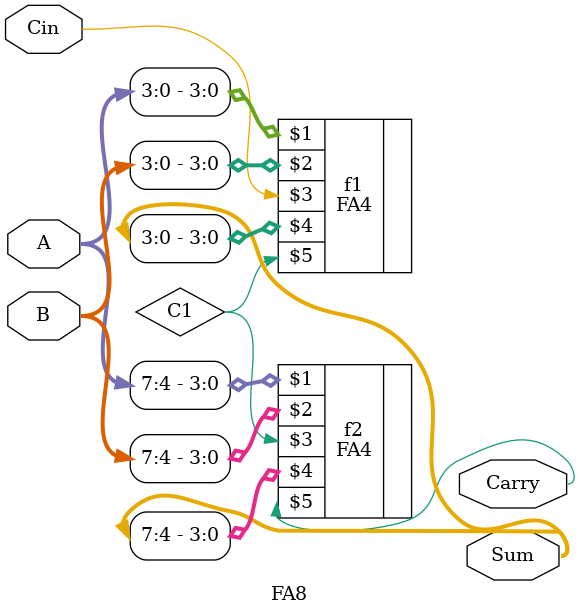
<source format=v>
`include "FullAdder4.v"

module FA8(A,B,Cin,Sum,Carry);

	input [7:0] A,B;
	input Cin;
	output [7:0] Sum;
	output Carry;
	wire C1;
	
	FA4 f1(A[3:0],B[3:0], Cin, Sum[3:0], C1);
	FA4 f2(A[7:4],B[7:4], C1, Sum[7:4], Carry);
	
endmodule
	


</source>
